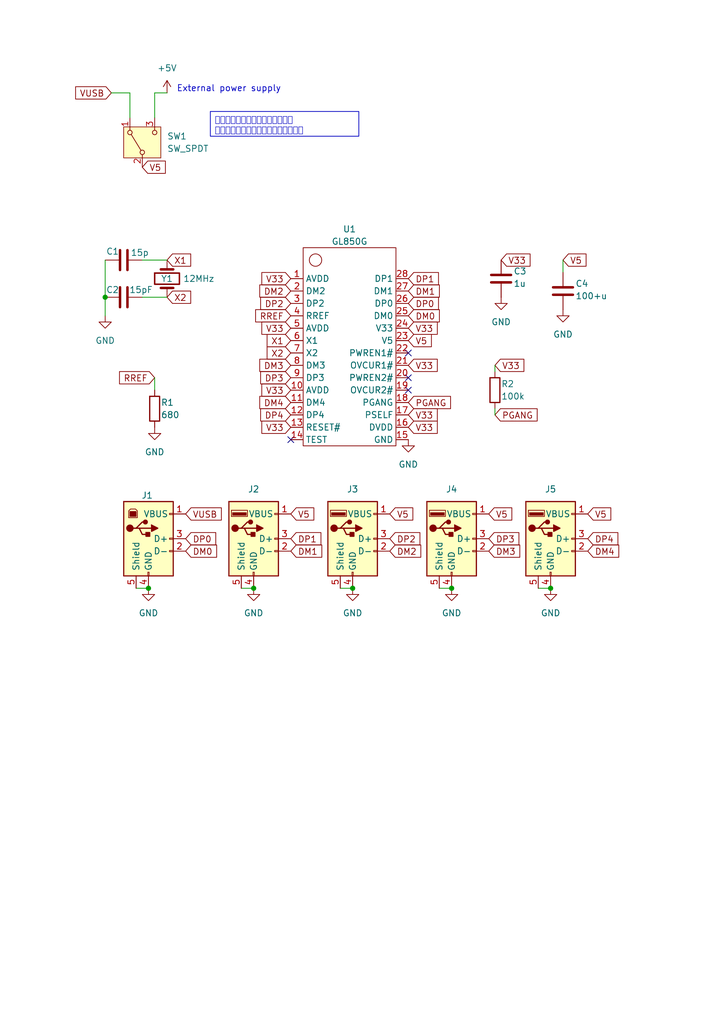
<source format=kicad_sch>
(kicad_sch (version 20231120) (generator "eeschema") (generator_version "8.0")
  (paper "A5" portrait)
  (lib_symbols
    (symbol "0Ore:GL850G"
      (property "Reference" "U" (at 0 0 0))
      (symbol "GL850G_0_1"
        (rectangle (start -10.16 41.91) (end 8.89 1.27))
        (circle (center -7.62 39.37) (radius 1.27))
      )
      (symbol "GL850G_1_1"
        (pin input line (at -12.7 35.56 0) (length 2.54) (name "AVDD") (number "1"))
        (pin input line (at -12.7 12.7 0) (length 2.54) (name "AVDD") (number "10"))
        (pin input line (at -12.7 10.16 0) (length 2.54) (name "DM4") (number "11"))
        (pin input line (at -12.7 7.62 0) (length 2.54) (name "DP4") (number "12"))
        (pin input line (at -12.7 5.08 0) (length 2.54) (name "RESET#") (number "13"))
        (pin input line (at -12.7 2.54 0) (length 2.54) (name "TEST") (number "14"))
        (pin input line (at 11.43 2.54 180) (length 2.54) (name "GND") (number "15"))
        (pin input line (at 11.43 5.08 180) (length 2.54) (name "DVDD") (number "16"))
        (pin input line (at 11.43 7.62 180) (length 2.54) (name "PSELF") (number "17"))
        (pin input line (at 11.43 10.16 180) (length 2.54) (name "PGANG") (number "18"))
        (pin input line (at 11.43 12.7 180) (length 2.54) (name "OVCUR2#") (number "19"))
        (pin input line (at -12.7 33.02 0) (length 2.54) (name "DM2") (number "2"))
        (pin input line (at 11.43 15.24 180) (length 2.54) (name "PWREN2#") (number "20"))
        (pin input line (at 11.43 17.78 180) (length 2.54) (name "OVCUR1#") (number "21"))
        (pin input line (at 11.43 20.32 180) (length 2.54) (name "PWREN1#") (number "22"))
        (pin input line (at 11.43 22.86 180) (length 2.54) (name "V5") (number "23"))
        (pin input line (at 11.43 25.4 180) (length 2.54) (name "V33") (number "24"))
        (pin input line (at 11.43 27.94 180) (length 2.54) (name "DM0") (number "25"))
        (pin input line (at 11.43 30.48 180) (length 2.54) (name "DP0") (number "26"))
        (pin input line (at 11.43 33.02 180) (length 2.54) (name "DM1") (number "27"))
        (pin input line (at 11.43 35.56 180) (length 2.54) (name "DP1") (number "28"))
        (pin input line (at -12.7 30.48 0) (length 2.54) (name "DP2") (number "3"))
        (pin input line (at -12.7 27.94 0) (length 2.54) (name "RREF") (number "4"))
        (pin input line (at -12.7 25.4 0) (length 2.54) (name "AVDD") (number "5"))
        (pin input line (at -12.7 22.86 0) (length 2.54) (name "X1") (number "6"))
        (pin input line (at -12.7 20.32 0) (length 2.54) (name "X2") (number "7"))
        (pin input line (at -12.7 17.78 0) (length 2.54) (name "DM3") (number "8"))
        (pin input line (at -12.7 15.24 0) (length 2.54) (name "DP3") (number "9"))
      )
    )
    (symbol "Connector:USB_A" (pin_names (offset 1.016))
      (property "Reference" "J" (at -5.08 11.43 0))
      (property "Value" "USB_A" (at -5.08 8.89 0))
      (symbol "USB_A_0_1"
        (rectangle (start -5.08 -7.62) (end 5.08 7.62) (stroke (width 0.254)) (fill (type background)))
        (circle (center -3.81 2.159) (radius 0.635) (stroke (width 0.254)) (fill (type outline)))
        (rectangle (start -1.524 4.826) (end -4.318 5.334) (fill (type outline)))
        (rectangle (start -1.27 4.572) (end -4.572 5.842))
        (circle (center -0.635 3.429) (radius 0.381) (stroke (width 0.254)) (fill (type outline)))
        (rectangle (start -0.127 -7.62) (end 0.127 -6.858))
        (polyline (pts (xy -3.175 2.159) (xy -2.54 2.159) (xy -1.27 3.429) (xy -0.635 3.429)) (stroke (width 0.254)))
        (polyline (pts (xy -2.54 2.159) (xy -1.905 2.159) (xy -1.27 0.889) (xy 0 0.889)) (stroke (width 0.254)))
        (polyline (pts (xy 0.635 2.794) (xy 0.635 1.524) (xy 1.905 2.159) (xy 0.635 2.794)) (stroke (width 0.254)) (fill (type outline)))
        (rectangle (start 0.254 1.27) (end -0.508 0.508) (stroke (width 0.254)) (fill (type outline)))
        (rectangle (start 5.08 -2.667) (end 4.318 -2.413))
        (rectangle (start 5.08 -0.127) (end 4.318 0.127))
        (rectangle (start 5.08 4.953) (end 4.318 5.207))
      )
      (symbol "USB_A_1_1"
        (polyline (pts (xy -1.905 2.159) (xy 0.635 2.159)) (stroke (width 0.254)))
        (pin power_in line (at 7.62 5.08 180) (length 2.54) (name "VBUS") (number "1"))
        (pin bidirectional line (at 7.62 -2.54 180) (length 2.54) (name "D-") (number "2"))
        (pin bidirectional line (at 7.62 0 180) (length 2.54) (name "D+") (number "3"))
        (pin power_in line (at 0 -10.16 90) (length 2.54) (name "GND") (number "4"))
        (pin passive line (at -2.54 -10.16 90) (length 2.54) (name "Shield") (number "5"))
      )
    )
    (symbol "Connector:USB_B" (pin_names (offset 1.016))
      (property "Reference" "J" (at -5.08 11.43 0))
      (property "Value" "USB_B" (at -5.08 8.89 0))
      (symbol "USB_B_0_1"
        (rectangle (start -5.08 -7.62) (end 5.08 7.62) (stroke (width 0.254)) (fill (type background)))
        (circle (center -3.81 2.159) (radius 0.635) (stroke (width 0.254)) (fill (type outline)))
        (rectangle (start -3.81 5.588) (end -2.54 4.572) (fill (type outline)))
        (circle (center -0.635 3.429) (radius 0.381) (stroke (width 0.254)) (fill (type outline)))
        (rectangle (start -0.127 -7.62) (end 0.127 -6.858))
        (polyline (pts (xy -1.905 2.159) (xy 0.635 2.159)) (stroke (width 0.254)))
        (polyline (pts (xy -3.175 2.159) (xy -2.54 2.159) (xy -1.27 3.429) (xy -0.635 3.429)) (stroke (width 0.254)))
        (polyline (pts (xy -2.54 2.159) (xy -1.905 2.159) (xy -1.27 0.889) (xy 0 0.889)) (stroke (width 0.254)))
        (polyline (pts (xy 0.635 2.794) (xy 0.635 1.524) (xy 1.905 2.159) (xy 0.635 2.794)) (stroke (width 0.254)) (fill (type outline)))
        (polyline (pts (xy -4.064 4.318) (xy -2.286 4.318) (xy -2.286 5.715) (xy -2.667 6.096) (xy -3.683 6.096) (xy -4.064 5.715) (xy -4.064 4.318)))
        (rectangle (start 0.254 1.27) (end -0.508 0.508) (stroke (width 0.254)) (fill (type outline)))
        (rectangle (start 5.08 -2.667) (end 4.318 -2.413))
        (rectangle (start 5.08 -0.127) (end 4.318 0.127))
        (rectangle (start 5.08 4.953) (end 4.318 5.207))
      )
      (symbol "USB_B_1_1"
        (pin power_out line (at 7.62 5.08 180) (length 2.54) (name "VBUS") (number "1"))
        (pin bidirectional line (at 7.62 -2.54 180) (length 2.54) (name "D-") (number "2"))
        (pin bidirectional line (at 7.62 0 180) (length 2.54) (name "D+") (number "3"))
        (pin power_out line (at 0 -10.16 90) (length 2.54) (name "GND") (number "4"))
        (pin passive line (at -2.54 -10.16 90) (length 2.54) (name "Shield") (number "5"))
      )
    )
    (symbol "Device:C" (pin_numbers hide) (pin_names (offset 0.254))
      (property "Reference" "C" (at 0.635 2.54 0))
      (property "Value" "C" (at 0.635 -2.54 0))
      (symbol "C_0_1"
        (polyline (pts (xy -2.032 -0.762) (xy 2.032 -0.762)) (stroke (width 0.508)))
        (polyline (pts (xy -2.032 0.762) (xy 2.032 0.762)) (stroke (width 0.508)))
      )
      (symbol "C_1_1"
        (pin passive line (at 0 3.81 270) (length 2.794) (name "~") (number "1"))
        (pin passive line (at 0 -3.81 90) (length 2.794) (name "~") (number "2"))
      )
    )
    (symbol "Device:Crystal" (pin_numbers hide) (pin_names (offset 1.016) hide)
      (property "Reference" "Y" (at 0 3.81 0))
      (property "Value" "Crystal" (at 0 -3.81 0))
      (symbol "Crystal_0_1"
        (rectangle (start -1.143 2.54) (end 1.143 -2.54) (stroke (width 0.3048)))
        (polyline (pts (xy -2.54 0) (xy -1.905 0)))
        (polyline (pts (xy -1.905 -1.27) (xy -1.905 1.27)) (stroke (width 0.508)))
        (polyline (pts (xy 1.905 -1.27) (xy 1.905 1.27)) (stroke (width 0.508)))
        (polyline (pts (xy 2.54 0) (xy 1.905 0)))
      )
      (symbol "Crystal_1_1"
        (pin passive line (at -3.81 0 0) (length 1.27) (name "1") (number "1"))
        (pin passive line (at 3.81 0 180) (length 1.27) (name "2") (number "2"))
      )
    )
    (symbol "Device:R" (pin_numbers hide) (pin_names (offset 0))
      (property "Reference" "R" (at 2.032 0 90))
      (property "Value" "R" (at 0 0 90))
      (symbol "R_0_1"
        (rectangle (start -1.016 -2.54) (end 1.016 2.54) (stroke (width 0.254)))
      )
      (symbol "R_1_1"
        (pin passive line (at 0 3.81 270) (length 1.27) (name "~") (number "1"))
        (pin passive line (at 0 -3.81 90) (length 1.27) (name "~") (number "2"))
      )
    )
    (symbol "GND_1" (power) (pin_numbers hide) (pin_names (offset 0) hide)
      (property "Value" "GND" (at 0 -3.81 0))
      (symbol "GND_1_0_1"
        (polyline (pts (xy 0 0) (xy 0 -1.27) (xy 1.27 -1.27) (xy 0 -2.54) (xy -1.27 -1.27) (xy 0 -1.27)))
      )
      (symbol "GND_1_1_1"
        (pin power_in line (at 0 0 270) (length 0) (name "~") (number "1"))
      )
    )
    (symbol "Switch:SW_SPDT" (pin_names (offset 0) hide)
      (property "Reference" "SW" (at 0 5.08 0))
      (property "Value" "SW_SPDT" (at 0 -5.08 0))
      (symbol "SW_SPDT_0_1"
        (circle (center -2.032 0) (radius 0.4572))
        (polyline (pts (xy -1.651 0.254) (xy 1.651 2.286)))
        (circle (center 2.032 -2.54) (radius 0.4572))
        (circle (center 2.032 2.54) (radius 0.4572))
      )
      (symbol "SW_SPDT_1_1"
        (rectangle (start -3.175 3.81) (end 3.175 -3.81) (fill (type background)))
        (pin passive line (at 5.08 2.54 180) (length 2.54) (name "A") (number "1"))
        (pin passive line (at -5.08 0 0) (length 2.54) (name "B") (number "2"))
        (pin passive line (at 5.08 -2.54 180) (length 2.54) (name "C") (number "3"))
      )
    )
    (symbol "power:+5V" (power) (pin_numbers hide) (pin_names (offset 0) hide)
      (property "Value" "+5V" (at 0 3.556 0))
      (symbol "+5V_0_1"
        (polyline (pts (xy -0.762 1.27) (xy 0 2.54)))
        (polyline (pts (xy 0 0) (xy 0 2.54)))
        (polyline (pts (xy 0 2.54) (xy 0.762 1.27)))
      )
      (symbol "+5V_1_1"
        (pin power_in line (at 0 0 90) (length 0) (name "~") (number "1"))
      )
    )
    (symbol "power:GND" (power) (pin_names (offset 0))
      (property "Value" "GND" (at 0 -3.81 0))
      (symbol "GND_0_1"
        (polyline (pts (xy 0 0) (xy 0 -1.27) (xy 1.27 -1.27) (xy 0 -2.54) (xy -1.27 -1.27) (xy 0 -1.27)))
      )
      (symbol "GND_1_1"
        (pin power_in line (at 0 0 270) (length 0) hide (name "GND") (number "1"))
      )
    )
  )
  (junction (at 30.48 120.65))
  (junction (at 113.03 120.65))
  (junction (at 21.59 60.96))
  (junction (at 52.07 120.65))
  (junction (at 92.71 120.65))
  (junction (at 72.39 120.65))
  (no_connect (at 83.82 80.01))
  (no_connect (at 83.82 72.39))
  (no_connect (at 83.82 77.47))
  (no_connect (at 59.69 90.17))
  (wire (pts (xy 29.21 60.96) (xy 34.29 60.96)))
  (wire (pts (xy 21.59 53.34) (xy 21.59 60.96)))
  (wire (pts (xy 27.94 120.65) (xy 30.48 120.65)))
  (wire (pts (xy 22.86 19.05) (xy 26.67 19.05)))
  (wire (pts (xy 31.75 80.01) (xy 31.75 77.47)))
  (wire (pts (xy 90.17 120.65) (xy 92.71 120.65)))
  (wire (pts (xy 29.21 53.34) (xy 34.29 53.34)))
  (wire (pts (xy 21.59 60.96) (xy 21.59 64.77)))
  (wire (pts (xy 101.6 74.93) (xy 101.6 76.2)))
  (wire (pts (xy 34.29 19.05) (xy 31.75 19.05)))
  (wire (pts (xy 101.6 83.82) (xy 101.6 85.09)))
  (wire (pts (xy 31.75 19.05) (xy 31.75 24.13)))
  (wire (pts (xy 69.85 120.65) (xy 72.39 120.65)))
  (wire (pts (xy 115.57 53.34) (xy 115.57 55.88)))
  (wire (pts (xy 110.49 120.65) (xy 113.03 120.65)))
  (wire (pts (xy 26.67 19.05) (xy 26.67 24.13)))
  (wire (pts (xy 49.53 120.65) (xy 52.07 120.65)))
  (text_box "実際にはスイッチではなくて単に\nターミナルに使いたい方を差すだけ。" (at 43.18 22.86 0) (size 30.48 5.08) (effects (font (size 1.27 1.27)) (justify left top)))
  (text "External power supply" (at 46.99 18.288 0) (effects (font (size 1.27 1.27))))
  (global_label "RREF" (shape input) (at 59.69 64.77 180) (property "Intersheetrefs" "${INTERSHEET_REFS}" (effects (hide yes))))
  (global_label "V5" (shape input) (at 29.21 34.29 0) (property "Intersheetrefs" "${INTERSHEET_REFS}" (effects (hide yes))))
  (global_label "X1" (shape input) (at 59.69 69.85 180) (property "Intersheetrefs" "${INTERSHEET_REFS}" (effects (hide yes))))
  (global_label "PGANG" (shape input) (at 101.6 85.09 0) (property "Intersheetrefs" "${INTERSHEET_REFS}" (effects (hide yes))))
  (global_label "DP3" (shape input) (at 59.69 77.47 180) (property "Intersheetrefs" "${INTERSHEET_REFS}" (effects (hide yes))))
  (global_label "V33" (shape input) (at 59.69 67.31 180) (property "Intersheetrefs" "${INTERSHEET_REFS}" (effects (hide yes))))
  (global_label "DM2" (shape input) (at 59.69 59.69 180) (property "Intersheetrefs" "${INTERSHEET_REFS}" (effects (hide yes))))
  (global_label "DM4" (shape input) (at 59.69 82.55 180) (property "Intersheetrefs" "${INTERSHEET_REFS}" (effects (hide yes))))
  (global_label "V5" (shape input) (at 59.69 105.41 0) (property "Intersheetrefs" "${INTERSHEET_REFS}" (effects (hide yes))))
  (global_label "VUSB" (shape input) (at 38.1 105.41 0) (property "Intersheetrefs" "${INTERSHEET_REFS}" (effects (hide yes))))
  (global_label "V5" (shape input) (at 83.82 69.85 0) (property "Intersheetrefs" "${INTERSHEET_REFS}" (effects (hide yes))))
  (global_label "DM1" (shape input) (at 59.69 113.03 0) (property "Intersheetrefs" "${INTERSHEET_REFS}" (effects (hide yes))))
  (global_label "DP4" (shape input) (at 120.65 110.49 0) (property "Intersheetrefs" "${INTERSHEET_REFS}" (effects (hide yes))))
  (global_label "X1" (shape input) (at 34.29 53.34 0) (property "Intersheetrefs" "${INTERSHEET_REFS}" (effects (hide yes))))
  (global_label "V33" (shape input) (at 83.82 67.31 0) (property "Intersheetrefs" "${INTERSHEET_REFS}" (effects (hide yes))))
  (global_label "PGANG" (shape input) (at 83.82 82.55 0) (property "Intersheetrefs" "${INTERSHEET_REFS}" (effects (hide yes))))
  (global_label "V33" (shape input) (at 102.87 53.34 0) (property "Intersheetrefs" "${INTERSHEET_REFS}" (effects (hide yes))))
  (global_label "DP1" (shape input) (at 83.82 57.15 0) (property "Intersheetrefs" "${INTERSHEET_REFS}" (effects (hide yes))))
  (global_label "X2" (shape input) (at 34.29 60.96 0) (property "Intersheetrefs" "${INTERSHEET_REFS}" (effects (hide yes))))
  (global_label "VUSB" (shape input) (at 22.86 19.05 180) (property "Intersheetrefs" "${INTERSHEET_REFS}" (effects (hide yes))))
  (global_label "DP2" (shape input) (at 80.01 110.49 0) (property "Intersheetrefs" "${INTERSHEET_REFS}" (effects (hide yes))))
  (global_label "DM4" (shape input) (at 120.65 113.03 0) (property "Intersheetrefs" "${INTERSHEET_REFS}" (effects (hide yes))))
  (global_label "V33" (shape input) (at 83.82 85.09 0) (property "Intersheetrefs" "${INTERSHEET_REFS}" (effects (hide yes))))
  (global_label "V33" (shape input) (at 59.69 57.15 180) (property "Intersheetrefs" "${INTERSHEET_REFS}" (effects (hide yes))))
  (global_label "DM3" (shape input) (at 59.69 74.93 180) (property "Intersheetrefs" "${INTERSHEET_REFS}" (effects (hide yes))))
  (global_label "V33" (shape input) (at 83.82 87.63 0) (property "Intersheetrefs" "${INTERSHEET_REFS}" (effects (hide yes))))
  (global_label "DP0" (shape input) (at 38.1 110.49 0) (property "Intersheetrefs" "${INTERSHEET_REFS}" (effects (hide yes))))
  (global_label "V33" (shape input) (at 101.6 74.93 0) (property "Intersheetrefs" "${INTERSHEET_REFS}" (effects (hide yes))))
  (global_label "V33" (shape input) (at 59.69 80.01 180) (property "Intersheetrefs" "${INTERSHEET_REFS}" (effects (hide yes))))
  (global_label "V5" (shape input) (at 80.01 105.41 0) (property "Intersheetrefs" "${INTERSHEET_REFS}" (effects (hide yes))))
  (global_label "DM0" (shape input) (at 83.82 64.77 0) (property "Intersheetrefs" "${INTERSHEET_REFS}" (effects (hide yes))))
  (global_label "DM0" (shape input) (at 38.1 113.03 0) (property "Intersheetrefs" "${INTERSHEET_REFS}" (effects (hide yes))))
  (global_label "DP0" (shape input) (at 83.82 62.23 0) (property "Intersheetrefs" "${INTERSHEET_REFS}" (effects (hide yes))))
  (global_label "V33" (shape input) (at 59.69 87.63 180) (property "Intersheetrefs" "${INTERSHEET_REFS}" (effects (hide yes))))
  (global_label "RREF" (shape input) (at 31.75 77.47 180) (property "Intersheetrefs" "${INTERSHEET_REFS}" (effects (hide yes))))
  (global_label "V33" (shape input) (at 83.82 74.93 0) (property "Intersheetrefs" "${INTERSHEET_REFS}" (effects (hide yes))))
  (global_label "DP1" (shape input) (at 59.69 110.49 0) (property "Intersheetrefs" "${INTERSHEET_REFS}" (effects (hide yes))))
  (global_label "DM3" (shape input) (at 100.33 113.03 0) (property "Intersheetrefs" "${INTERSHEET_REFS}" (effects (hide yes))))
  (global_label "V5" (shape input) (at 115.57 53.34 0) (property "Intersheetrefs" "${INTERSHEET_REFS}" (effects (hide yes))))
  (global_label "DP3" (shape input) (at 100.33 110.49 0) (property "Intersheetrefs" "${INTERSHEET_REFS}" (effects (hide yes))))
  (global_label "DP4" (shape input) (at 59.69 85.09 180) (property "Intersheetrefs" "${INTERSHEET_REFS}" (effects (hide yes))))
  (global_label "DM1" (shape input) (at 83.82 59.69 0) (property "Intersheetrefs" "${INTERSHEET_REFS}" (effects (hide yes))))
  (global_label "DP2" (shape input) (at 59.69 62.23 180) (property "Intersheetrefs" "${INTERSHEET_REFS}" (effects (hide yes))))
  (global_label "V5" (shape input) (at 120.65 105.41 0) (property "Intersheetrefs" "${INTERSHEET_REFS}" (effects (hide yes))))
  (global_label "DM2" (shape input) (at 80.01 113.03 0) (property "Intersheetrefs" "${INTERSHEET_REFS}" (effects (hide yes))))
  (global_label "X2" (shape input) (at 59.69 72.39 180) (property "Intersheetrefs" "${INTERSHEET_REFS}" (effects (hide yes))))
  (global_label "V5" (shape input) (at 100.33 105.41 0) (property "Intersheetrefs" "${INTERSHEET_REFS}" (effects (hide yes))))
  (symbol (lib_id "Connector:USB_B") (at 30.48 110.49 0) (unit 1)
    (property "Reference" "J1" (at 30.226 101.6 0))
    (property "Value" "USB_B Female connector" (effects (hide yes)))
    (property "Datasheet" " ~" (effects (hide yes)))
  )
  (symbol (lib_id "Connector:USB_A") (at 92.71 110.49 0) (unit 1)
    (property "Reference" "J4" (at 92.71 100.33 0))
    (property "Value" "USB_A femele connector" (effects (hide yes)))
    (property "Datasheet" " ~" (effects (hide yes)))
  )
  (symbol (lib_id "Device:Crystal") (at 34.29 57.15 90) (unit 1)
    (property "Reference" "Y1" (at 33.02 57.15 90) (effects (justify right)))
    (property "Value" "12MHz" (at 37.592 57.15 90) (effects (justify right)))
  )
  (symbol (lib_id "power:GND") (at 52.07 120.65 0) (unit 1)
    (property "Reference" "#PWR04" (effects (hide yes)))
    (property "Value" "GND" (at 52.07 125.73 0))
  )
  (symbol (lib_id "Device:R") (at 31.75 83.82 0) (unit 1)
    (property "Reference" "R1" (at 33.02 82.55 0) (effects (justify left)))
    (property "Value" "680" (at 33.02 85.09 0) (effects (justify left)))
    (property "Description" "Resistor" (effects (hide yes)))
  )
  (symbol (lib_id "power:GND") (at 31.75 87.63 0) (unit 1)
    (property "Reference" "#PWR03" (effects (hide yes)))
    (property "Value" "GND" (at 31.75 92.71 0))
  )
  (symbol (lib_id "Device:C") (at 102.87 57.15 0) (unit 1)
    (property "Reference" "C3" (at 105.41 55.626 0) (effects (justify left)))
    (property "Value" "1u" (at 105.41 58.166 0) (effects (justify left)))
    (property "Description" "Unpolarized capacitor" (effects (hide yes)))
  )
  (symbol (lib_id "Switch:SW_SPDT") (at 29.21 29.21 90) (unit 1)
    (property "Reference" "SW1" (at 34.29 27.9399 90) (effects (justify right)))
    (property "Value" "SW_SPDT" (at 34.29 30.4799 90) (effects (justify right)))
    (property "Description" "Switch, single pole double throw" (effects (hide yes)))
  )
  (symbol (lib_id "power:GND") (at 21.59 64.77 0) (unit 1)
    (property "Reference" "#PWR01" (effects (hide yes)))
    (property "Value" "GND" (at 21.59 69.85 0))
  )
  (symbol (lib_id "Device:R") (at 101.6 80.01 0) (unit 1)
    (property "Reference" "R2" (at 102.87 78.74 0) (effects (justify left)))
    (property "Value" "100k" (at 102.87 81.28 0) (effects (justify left)))
    (property "Description" "Resistor" (effects (hide yes)))
  )
  (symbol (lib_id "Device:C") (at 25.4 60.96 90) (unit 1)
    (property "Reference" "C2" (at 23.114 59.436 90))
    (property "Value" "15pF" (at 28.956 59.436 90))
  )
  (symbol (lib_id "Connector:USB_A") (at 113.03 110.49 0) (unit 1)
    (property "Reference" "J5" (at 113.03 100.33 0))
    (property "Value" "USB_A femele connector" (effects (hide yes)))
    (property "Datasheet" " ~" (effects (hide yes)))
  )
  (symbol (lib_id "Device:C") (at 25.4 53.34 90) (unit 1)
    (property "Reference" "C1" (at 23.114 51.562 90))
    (property "Value" "15p" (at 28.702 51.816 90))
  )
  (symbol (lib_id "Connector:USB_A") (at 52.07 110.49 0) (unit 1)
    (property "Reference" "J2" (at 52.07 100.33 0))
    (property "Value" "USB_A femele connector" (effects (hide yes)))
    (property "Datasheet" " ~" (effects (hide yes)))
  )
  (symbol (lib_id "Device:C") (at 115.57 59.69 0) (unit 1)
    (property "Reference" "C4" (at 118.11 58.166 0) (effects (justify left)))
    (property "Value" "100+u" (at 118.11 60.706 0) (effects (justify left)))
    (property "Description" "Unpolarized capacitor" (effects (hide yes)))
  )
  (symbol (lib_id "power:GND") (at 30.48 120.65 0) (unit 1)
    (property "Reference" "#PWR02" (effects (hide yes)))
    (property "Value" "GND" (at 30.48 125.73 0))
  )
  (symbol (lib_id "power:GND") (at 113.03 120.65 0) (unit 1)
    (property "Reference" "#PWR010" (effects (hide yes)))
    (property "Value" "GND" (at 113.03 125.73 0))
  )
  (symbol (lib_id "power:+5V") (at 34.29 19.05 0) (unit 1)
    (property "Reference" "#PWR012" (effects (hide yes)))
    (property "Value" "+5V" (at 34.29 13.97 0))
    (property "Description" "Power symbol creates a global label with name \"+5V\"" (effects (hide yes)))
  )
  (symbol (lib_name "GND_1") (lib_id "power:GND") (at 115.57 63.5 0) (unit 1)
    (property "Reference" "#PWR011" (effects (hide yes)))
    (property "Value" "GND" (at 115.57 68.58 0))
    (property "Description" "Power symbol creates a global label with name \"GND\" , ground" (effects (hide yes)))
  )
  (symbol (lib_id "0Ore:GL850G") (at 72.39 92.71 0) (unit 1)
    (property "Reference" "U1" (at 71.755 46.99 0))
    (property "Value" "GL850G" (at 71.755 49.53 0))
  )
  (symbol (lib_id "Connector:USB_A") (at 72.39 110.49 0) (unit 1)
    (property "Reference" "J3" (at 72.39 100.33 0))
    (property "Value" "USB_A femele connector" (effects (hide yes)))
    (property "Datasheet" " ~" (effects (hide yes)))
  )
  (symbol (lib_name "GND_1") (lib_id "power:GND") (at 83.82 90.17 0) (unit 1)
    (property "Reference" "#PWR06" (effects (hide yes)))
    (property "Value" "GND" (at 83.82 95.25 0))
    (property "Description" "Power symbol creates a global label with name \"GND\" , ground" (effects (hide yes)))
  )
  (symbol (lib_name "GND_1") (lib_id "power:GND") (at 102.87 60.96 0) (unit 1)
    (property "Reference" "#PWR09" (effects (hide yes)))
    (property "Value" "GND" (at 102.87 66.04 0))
    (property "Description" "Power symbol creates a global label with name \"GND\" , ground" (effects (hide yes)))
  )
  (symbol (lib_id "power:GND") (at 72.39 120.65 0) (unit 1)
    (property "Reference" "#PWR05" (effects (hide yes)))
    (property "Value" "GND" (at 72.39 125.73 0))
  )
  (symbol (lib_id "power:GND") (at 92.71 120.65 0) (unit 1)
    (property "Reference" "#PWR08" (effects (hide yes)))
    (property "Value" "GND" (at 92.71 125.73 0))
  )
)
</source>
